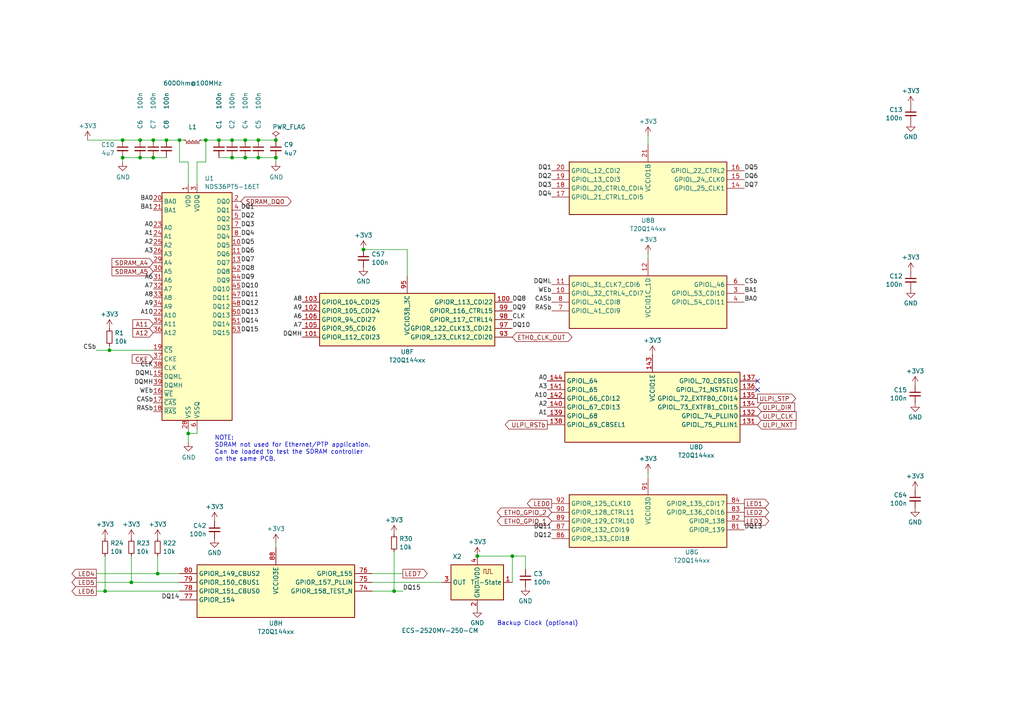
<source format=kicad_sch>
(kicad_sch (version 20230121) (generator eeschema)
  (paper "A4")
  (lib_symbols
    (symbol "Device:C_Small" (pin_numbers hide) (pin_names (offset 0.254) hide)
      (property "Reference" "C" (at 0.254 1.778 0))
      (property "Value" "C_Small" (at 0.254 -2.032 0))
      (symbol "C_Small_0_1"
        (polyline (pts (xy -1.524 -0.508) (xy 1.524 -0.508)) (stroke (width 0.3302)))
        (polyline (pts (xy -1.524 0.508) (xy 1.524 0.508)) (stroke (width 0.3048)))
      )
      (symbol "C_Small_1_1"
        (pin passive line (at 0 2.54 270) (length 2.032) (name "~") (number "1"))
        (pin passive line (at 0 -2.54 90) (length 2.032) (name "~") (number "2"))
      )
    )
    (symbol "Device:L_Ferrite_Small" (pin_numbers hide) (pin_names (offset 0.254) hide)
      (property "Reference" "L" (at 1.27 1.016 0))
      (property "Value" "L_Ferrite_Small" (at 1.27 -1.27 0))
      (symbol "L_Ferrite_Small_0_1"
        (arc (start 0 -2.032) (mid 0.5058 -1.524) (end 0 -1.016))
        (arc (start 0 -1.016) (mid 0.5058 -0.508) (end 0 0))
        (polyline (pts (xy 0.762 -1.905) (xy 0.762 -1.651)))
        (polyline (pts (xy 0.762 -1.397) (xy 0.762 -1.143)))
        (polyline (pts (xy 0.762 -0.889) (xy 0.762 -0.635)))
        (polyline (pts (xy 0.762 -0.381) (xy 0.762 -0.127)))
        (polyline (pts (xy 0.762 0.127) (xy 0.762 0.381)))
        (polyline (pts (xy 0.762 0.635) (xy 0.762 0.889)))
        (polyline (pts (xy 0.762 1.143) (xy 0.762 1.397)))
        (polyline (pts (xy 0.762 1.651) (xy 0.762 1.905)))
        (polyline (pts (xy 1.016 -1.651) (xy 1.016 -1.905)))
        (polyline (pts (xy 1.016 -1.143) (xy 1.016 -1.397)))
        (polyline (pts (xy 1.016 -0.635) (xy 1.016 -0.889)))
        (polyline (pts (xy 1.016 -0.127) (xy 1.016 -0.381)))
        (polyline (pts (xy 1.016 0.381) (xy 1.016 0.127)))
        (polyline (pts (xy 1.016 0.889) (xy 1.016 0.635)))
        (polyline (pts (xy 1.016 1.397) (xy 1.016 1.143)))
        (polyline (pts (xy 1.016 1.905) (xy 1.016 1.651)))
        (arc (start 0 0) (mid 0.5058 0.508) (end 0 1.016))
        (arc (start 0 1.016) (mid 0.5058 1.524) (end 0 2.032))
      )
      (symbol "L_Ferrite_Small_1_1"
        (pin passive line (at 0 2.54 270) (length 0.508) (name "~") (number "1"))
        (pin passive line (at 0 -2.54 90) (length 0.508) (name "~") (number "2"))
      )
    )
    (symbol "Device:R_Small" (pin_numbers hide) (pin_names (offset 0.254) hide)
      (property "Reference" "R" (at 0.762 0.508 0))
      (property "Value" "R_Small" (at 0.762 -1.016 0))
      (symbol "R_Small_0_1"
        (rectangle (start -0.762 1.778) (end 0.762 -1.778) (stroke (width 0.2032)))
      )
      (symbol "R_Small_1_1"
        (pin passive line (at 0 2.54 270) (length 0.762) (name "~") (number "1"))
        (pin passive line (at 0 -2.54 90) (length 0.762) (name "~") (number "2"))
      )
    )
    (symbol "FPGA_Efinix_Trion:T8Q144xx"
      (property "Reference" "U" (at -24.13 16.51 0))
      (property "Value" "T8Q144xx" (at 19.05 -16.51 0))
      (symbol "T8Q144xx_1_1"
        (rectangle (start -17.78 12.7) (end 17.78 -12.7) (stroke (width 0.254)) (fill (type background)))
        (pin power_in line (at 0 17.78 270) (length 5.08) (name "VCCIO1A") (number "23"))
        (pin output line (at -22.86 -5.08 0) (length 5.08) (name "TDO") (number "24"))
        (pin input line (at -22.86 -7.62 0) (length 5.08) (name "TMS") (number "25"))
        (pin input line (at -22.86 0 0) (length 5.08) (name "TCK") (number "26"))
        (pin input line (at -22.86 -2.54 0) (length 5.08) (name "TDI") (number "27"))
        (pin bidirectional line (at 22.86 -2.54 180) (length 5.08) (name "GPIOL_09_CDI1") (number "28"))
        (pin bidirectional line (at 22.86 0 180) (length 5.08) (name "GPIOL_08_CDI0") (number "29"))
        (pin bidirectional line (at 22.86 7.62 180) (length 5.08) (name "GPIOL_01_CCK") (number "30"))
        (pin bidirectional line (at 22.86 10.16 180) (length 5.08) (name "GPIOL_00_SS_N") (number "31"))
        (pin bidirectional line (at 22.86 5.08 180) (length 5.08) (name "GPIOL_04_CSI") (number "32"))
        (pin bidirectional line (at 22.86 2.54 180) (length 5.08) (name "GPIOL_05_CSO") (number "33"))
        (pin bidirectional line (at -22.86 10.16 0) (length 5.08) (name "CDONE") (number "34"))
        (pin bidirectional line (at -22.86 5.08 0) (length 5.08) (name "CRESET_N") (number "35"))
      )
      (symbol "T8Q144xx_2_1"
        (rectangle (start -22.86 7.62) (end 22.86 -7.62) (stroke (width 0.254)) (fill (type background)))
        (pin bidirectional line (at 27.94 0 180) (length 5.08) (name "GPIOL_25_CLK1") (number "14"))
        (pin bidirectional line (at 27.94 2.54 180) (length 5.08) (name "GPIOL_24_CLK0") (number "15"))
        (pin bidirectional line (at 27.94 5.08 180) (length 5.08) (name "GPIOL_22_CTRL2") (number "16"))
        (pin bidirectional line (at -27.94 -2.54 0) (length 5.08) (name "GPIOL_21_CTRL1_CDI5") (number "17"))
        (pin bidirectional line (at -27.94 0 0) (length 5.08) (name "GPIOL_20_CTRL0_CDI4") (number "18"))
        (pin bidirectional line (at -27.94 2.54 0) (length 5.08) (name "GPIOL_13_CDI3") (number "19"))
        (pin bidirectional line (at -27.94 5.08 0) (length 5.08) (name "GPIOL_12_CDI2") (number "20"))
        (pin power_in line (at 0 12.7 270) (length 5.08) (name "VCCIO1B") (number "21"))
      )
      (symbol "T8Q144xx_3_1"
        (rectangle (start -22.86 7.62) (end 22.86 -7.62) (stroke (width 0.254)) (fill (type background)))
        (pin bidirectional line (at -27.94 2.54 0) (length 5.08) (name "GPIOL_32_CTRL4_CDI7") (number "10"))
        (pin bidirectional line (at -27.94 5.08 0) (length 5.08) (name "GPIOL_31_CLK7_CDI6") (number "11"))
        (pin power_in line (at 0 12.7 270) (length 5.08) (name "VCCIO1C_1D") (number "12"))
        (pin bidirectional line (at 27.94 2.54 180) (length 5.08) (name "GPIOL_53_CDI10") (number "3"))
        (pin bidirectional line (at 27.94 0 180) (length 5.08) (name "GPIOL_54_CDI11") (number "4"))
        (pin bidirectional line (at 27.94 5.08 180) (length 5.08) (name "GPIOL_46") (number "6"))
        (pin bidirectional line (at -27.94 -2.54 0) (length 5.08) (name "GPIOL_41_CDI9") (number "7"))
        (pin bidirectional line (at -27.94 0 0) (length 5.08) (name "GPIOL_40_CDI8") (number "8"))
      )
      (symbol "T8Q144xx_4_1"
        (rectangle (start -25.4 10.16) (end 25.4 -10.16) (stroke (width 0.254)) (fill (type background)))
        (pin bidirectional line (at 30.48 -5.08 180) (length 5.08) (name "GPIOL_75_PLLIN1") (number "131"))
        (pin bidirectional line (at 30.48 -2.54 180) (length 5.08) (name "GPIOL_74_PLLIN0") (number "132"))
        (pin bidirectional line (at 30.48 0 180) (length 5.08) (name "GPIOL_73_EXTFB1_CDI15") (number "134"))
        (pin bidirectional line (at 30.48 2.54 180) (length 5.08) (name "GPIOL_72_EXTFB0_CDI14") (number "135"))
        (pin bidirectional line (at 30.48 5.08 180) (length 5.08) (name "GPIOL_71_NSTATUS") (number "136"))
        (pin bidirectional line (at 30.48 7.62 180) (length 5.08) (name "GPIOL_70_CBSEL0") (number "137"))
        (pin bidirectional line (at -30.48 -5.08 0) (length 5.08) (name "GPIOL_69_CBSEL1") (number "138"))
        (pin bidirectional line (at -30.48 -2.54 0) (length 5.08) (name "GPIOL_68") (number "139"))
        (pin bidirectional line (at -30.48 0 0) (length 5.08) (name "GPIOL_67_CDI13") (number "140"))
        (pin bidirectional line (at -30.48 5.08 0) (length 5.08) (name "GPIOL_65") (number "141"))
        (pin bidirectional line (at -30.48 2.54 0) (length 5.08) (name "GPIOL_66_CDI12") (number "142"))
        (pin power_in line (at 0 15.24 270) (length 5.08) (name "VCCIO1E") (number "143"))
        (pin bidirectional line (at -30.48 7.62 0) (length 5.08) (name "GPIOL_64") (number "144"))
      )
      (symbol "T8Q144xx_5_1"
        (rectangle (start -25.4 10.16) (end 25.4 -10.16) (stroke (width 0.254)) (fill (type background)))
        (pin bidirectional line (at 30.48 -5.08 180) (length 5.08) (name "GPIOR_88_CDI28") (number "109"))
        (pin bidirectional line (at 30.48 -2.54 180) (length 5.08) (name "GPIOR_87_CDI29") (number "110"))
        (pin bidirectional line (at 30.48 2.54 180) (length 5.08) (name "GPIOR_85") (number "111"))
        (pin bidirectional line (at 30.48 0 180) (length 5.08) (name "GPIOR_86") (number "112"))
        (pin bidirectional line (at 30.48 5.08 180) (length 5.08) (name "GPIOR_84") (number "113"))
        (pin bidirectional line (at 30.48 7.62 180) (length 5.08) (name "GPIOR_83") (number "114"))
        (pin bidirectional line (at -30.48 -7.62 0) (length 5.08) (name "GPIOR_82") (number "115"))
        (pin bidirectional line (at -30.48 -5.08 0) (length 5.08) (name "GPIOR_81_MREFCLK") (number "116"))
        (pin bidirectional line (at -30.48 -2.54 0) (length 5.08) (name "GPIOR_80") (number "117"))
        (pin bidirectional line (at -30.48 0 0) (length 5.08) (name "GPIOR_79_EXTFB1_CDI30") (number "118"))
        (pin bidirectional line (at -30.48 2.54 0) (length 5.08) (name "GPIOR_78_EXTFB0_CDI31") (number "119"))
        (pin power_in line (at 0 15.24 270) (length 5.08) (name "VCCIO3A") (number "122"))
        (pin bidirectional line (at -30.48 5.08 0) (length 5.08) (name "GPIOR_77_PLLIN1") (number "123"))
        (pin bidirectional line (at -30.48 7.62 0) (length 5.08) (name "GPIOR_76_PLLIN0") (number "124"))
      )
      (symbol "T8Q144xx_6_1"
        (rectangle (start -25.4 7.62) (end 25.4 -7.62) (stroke (width 0.254)) (fill (type background)))
        (pin bidirectional line (at 30.48 5.08 180) (length 5.08) (name "GPIOR_113_CDI22") (number "100"))
        (pin bidirectional line (at -30.48 -5.08 0) (length 5.08) (name "GPIOR_112_CDI23") (number "101"))
        (pin bidirectional line (at -30.48 2.54 0) (length 5.08) (name "GPIOR_105_CDI24") (number "102"))
        (pin bidirectional line (at -30.48 5.08 0) (length 5.08) (name "GPIOR_104_CDI25") (number "103"))
        (pin bidirectional line (at -30.48 -2.54 0) (length 5.08) (name "GPIOR_95_CDI26") (number "105"))
        (pin bidirectional line (at -30.48 0 0) (length 5.08) (name "GPIOR_94_CDI27") (number "106"))
        (pin bidirectional line (at 30.48 -5.08 180) (length 5.08) (name "GPIOR_123_CLK12_CDI20") (number "93"))
        (pin power_in line (at 0 12.7 270) (length 5.08) (name "VCCIO3B_3C") (number "95"))
        (pin bidirectional line (at 30.48 -2.54 180) (length 5.08) (name "GPIOR_122_CLK13_CDI21") (number "97"))
        (pin bidirectional line (at 30.48 0 180) (length 5.08) (name "GPIOR_117_CTRL14") (number "98"))
        (pin bidirectional line (at 30.48 2.54 180) (length 5.08) (name "GPIOR_116_CTRL15") (number "99"))
      )
      (symbol "T8Q144xx_7_1"
        (rectangle (start -22.86 7.62) (end 22.86 -7.62) (stroke (width 0.254)) (fill (type background)))
        (pin bidirectional line (at 27.94 -2.54 180) (length 5.08) (name "GPIOR_139") (number "81"))
        (pin bidirectional line (at 27.94 0 180) (length 5.08) (name "GPIOR_138") (number "82"))
        (pin bidirectional line (at 27.94 2.54 180) (length 5.08) (name "GPIOR_136_CDI16") (number "83"))
        (pin bidirectional line (at 27.94 5.08 180) (length 5.08) (name "GPIOR_135_CDI17") (number "84"))
        (pin bidirectional line (at -27.94 -5.08 0) (length 5.08) (name "GPIOR_133_CDI18") (number "86"))
        (pin bidirectional line (at -27.94 -2.54 0) (length 5.08) (name "GPIOR_132_CDI19") (number "87"))
        (pin bidirectional line (at -27.94 0 0) (length 5.08) (name "GPIOR_129_CTRL10") (number "89"))
        (pin bidirectional line (at -27.94 2.54 0) (length 5.08) (name "GPIOR_128_CTRL11") (number "90"))
        (pin power_in line (at 0 12.7 270) (length 5.08) (name "VCCIO3D") (number "91"))
        (pin bidirectional line (at -27.94 5.08 0) (length 5.08) (name "GPIOR_125_CLK10") (number "92"))
      )
      (symbol "T8Q144xx_8_1"
        (rectangle (start -22.86 7.62) (end 22.86 -7.62) (stroke (width 0.254)) (fill (type background)))
        (pin bidirectional line (at 27.94 0 180) (length 5.08) (name "GPIOR_158_TEST_N") (number "74"))
        (pin bidirectional line (at 27.94 2.54 180) (length 5.08) (name "GPIOR_157_PLLIN") (number "75"))
        (pin bidirectional line (at 27.94 5.08 180) (length 5.08) (name "GPIOR_155") (number "76"))
        (pin bidirectional line (at -27.94 -2.54 0) (length 5.08) (name "GPIOR_154") (number "77"))
        (pin bidirectional line (at -27.94 0 0) (length 5.08) (name "GPIOR_151_CBUS0") (number "78"))
        (pin bidirectional line (at -27.94 2.54 0) (length 5.08) (name "GPIOR_150_CBUS1") (number "79"))
        (pin bidirectional line (at -27.94 5.08 0) (length 5.08) (name "GPIOR_149_CBUS2") (number "80"))
        (pin power_in line (at 0 12.7 270) (length 5.08) (name "VCCIO3E") (number "88"))
      )
      (symbol "T8Q144xx_9_1"
        (rectangle (start -25.4 15.24) (end 25.4 -15.24) (stroke (width 0.254)) (fill (type background)))
        (pin bidirectional line (at -30.48 5.08 0) (length 5.08) (name "GPIOB_RXP00") (number "55"))
        (pin bidirectional line (at -30.48 2.54 0) (length 5.08) (name "GPIOB_RXN00") (number "56"))
        (pin bidirectional line (at -30.48 -2.54 0) (length 5.08) (name "GPIOB_RXP02") (number "58"))
        (pin bidirectional line (at -30.48 -5.08 0) (length 5.08) (name "GPIOB_RXN02") (number "59"))
        (pin bidirectional line (at -30.48 -12.7 0) (length 5.08) (name "GPIOB_RXN03") (number "60"))
        (pin bidirectional line (at -30.48 -10.16 0) (length 5.08) (name "GPIOB_RXP03") (number "61"))
        (pin power_in line (at 0 20.32 270) (length 5.08) (name "VCCIO4A") (number "62"))
        (pin passive line (at 0 20.32 270) (length 5.08) hide (name "VCCIO4A") (number "63"))
        (pin bidirectional line (at 30.48 10.16 180) (length 5.08) (name "GPIOB_RXN07") (number "65"))
        (pin bidirectional line (at 30.48 12.7 180) (length 5.08) (name "GPIOB_RXP07") (number "66"))
        (pin bidirectional line (at 30.48 5.08 180) (length 5.08) (name "GPIOB_RXP10") (number "67"))
        (pin bidirectional line (at 30.48 2.54 180) (length 5.08) (name "GPIOB_RXN10") (number "68"))
        (pin bidirectional line (at 30.48 -5.08 180) (length 5.08) (name "GPIOB_RXN12_EXTFB0") (number "69"))
        (pin bidirectional line (at 30.48 -2.54 180) (length 5.08) (name "GPIOB_RXP12_EXTFB0") (number "70"))
        (pin bidirectional line (at -30.48 12.7 0) (length 5.08) (name "GPIOB_CLKP0") (number "71"))
        (pin bidirectional line (at -30.48 10.16 0) (length 5.08) (name "GPIOB_CLKN0") (number "72"))
      )
      (symbol "T8Q144xx_10_1"
        (rectangle (start -17.78 15.24) (end 17.78 -15.24) (stroke (width 0.254)) (fill (type background)))
        (pin passive line (at -22.86 -10.16 0) (length 5.08) (name "REF_RES") (number "36"))
        (pin bidirectional line (at -22.86 12.7 0) (length 5.08) (name "GPIOB_TXP00") (number "38"))
        (pin bidirectional line (at -22.86 10.16 0) (length 5.08) (name "GPIOB_TXN00") (number "39"))
        (pin bidirectional line (at -22.86 5.08 0) (length 5.08) (name "GPIOB_TXP02") (number "40"))
        (pin bidirectional line (at -22.86 2.54 0) (length 5.08) (name "GPIOB_TXN02") (number "41"))
        (pin bidirectional line (at -22.86 -2.54 0) (length 5.08) (name "GPIOB_TXP04") (number "42"))
        (pin bidirectional line (at -22.86 -5.08 0) (length 5.08) (name "GPIOB_TXN04") (number "43"))
        (pin bidirectional line (at 22.86 12.7 180) (length 5.08) (name "GPIOB_TXP06") (number "45"))
        (pin bidirectional line (at 22.86 10.16 180) (length 5.08) (name "GPIOB_TXN06") (number "46"))
        (pin bidirectional line (at 22.86 5.08 180) (length 5.08) (name "GPIOB_TXP09") (number "47"))
        (pin bidirectional line (at 22.86 2.54 180) (length 5.08) (name "GPIOB_TXN09") (number "48"))
        (pin power_in line (at 0 20.32 270) (length 5.08) (name "VCCIO4B") (number "51"))
        (pin passive line (at 0 20.32 270) (length 5.08) hide (name "VCCIO4B") (number "52"))
        (pin bidirectional line (at 22.86 -2.54 180) (length 5.08) (name "GPIOB_TXP11") (number "53"))
        (pin bidirectional line (at 22.86 -5.08 180) (length 5.08) (name "GPIOB_TXN11") (number "54"))
      )
      (symbol "T8Q144xx_11_1"
        (rectangle (start -17.78 7.62) (end 17.78 -7.62) (stroke (width 0.254)) (fill (type background)))
        (pin power_in line (at 0 -12.7 90) (length 5.08) (name "GND") (number "1"))
        (pin passive line (at 0 -12.7 90) (length 5.08) hide (name "GND") (number "104"))
        (pin power_in line (at 15.24 12.7 270) (length 5.08) (name "VCCA_TR") (number "107"))
        (pin passive line (at 0 -12.7 90) (length 5.08) hide (name "GND") (number "108"))
        (pin passive line (at 0 -12.7 90) (length 5.08) hide (name "GND") (number "120"))
        (pin passive line (at 0 -12.7 90) (length 5.08) hide (name "GND") (number "121"))
        (pin power_in line (at 0 12.7 270) (length 5.08) (name "VCC") (number "125"))
        (pin passive line (at 0 -12.7 90) (length 5.08) hide (name "GND") (number "126"))
        (pin passive line (at 0 -12.7 90) (length 5.08) hide (name "GND") (number "127"))
        (pin power_in line (at 2.54 12.7 270) (length 5.08) (name "VCC") (number "128"))
        (pin passive line (at 0 -12.7 90) (length 5.08) hide (name "GND") (number "129"))
        (pin power_in line (at -15.24 12.7 270) (length 5.08) (name "VCC") (number "13"))
        (pin power_in line (at 5.08 12.7 270) (length 5.08) (name "VCC") (number "130"))
        (pin passive line (at 0 -12.7 90) (length 5.08) hide (name "GND") (number "133"))
        (pin power_in line (at 12.7 12.7 270) (length 5.08) (name "VCCA_TL") (number "2"))
        (pin power_in line (at -12.7 12.7 270) (length 5.08) (name "VCC") (number "22"))
        (pin passive line (at 0 -12.7 90) (length 5.08) hide (name "GND") (number "37"))
        (pin passive line (at 0 -12.7 90) (length 5.08) hide (name "GND") (number "44"))
        (pin power_in line (at -10.16 12.7 270) (length 5.08) (name "VCC") (number "49"))
        (pin passive line (at 0 -12.7 90) (length 5.08) hide (name "GND") (number "5"))
        (pin passive line (at 0 -12.7 90) (length 5.08) hide (name "GND") (number "50"))
        (pin power_in line (at -7.62 12.7 270) (length 5.08) (name "VCC") (number "57"))
        (pin passive line (at 0 -12.7 90) (length 5.08) hide (name "GND") (number "64"))
        (pin power_in line (at 10.16 12.7 270) (length 5.08) (name "VCCA_BR") (number "73"))
        (pin power_in line (at -5.08 12.7 270) (length 5.08) (name "VCC") (number "85"))
        (pin passive line (at 0 -12.7 90) (length 5.08) hide (name "GND") (number "9"))
        (pin passive line (at 0 -12.7 90) (length 5.08) hide (name "GND") (number "94"))
        (pin power_in line (at -2.54 12.7 270) (length 5.08) (name "VCC") (number "96"))
      )
    )
    (symbol "Memory_RAM:MT48LC16M16A2P"
      (property "Reference" "U" (at -8.89 34.29 0))
      (property "Value" "MT48LC16M16A2P" (at 8.89 34.29 0))
      (symbol "MT48LC16M16A2P_0_1"
        (rectangle (start -10.16 33.02) (end 10.16 -33.02) (stroke (width 0.254)) (fill (type background)))
      )
      (symbol "MT48LC16M16A2P_1_1"
        (pin power_in line (at -2.54 35.56 270) (length 2.54) (name "VDD") (number "1"))
        (pin bidirectional line (at 12.7 17.78 180) (length 2.54) (name "DQ5") (number "10"))
        (pin bidirectional line (at 12.7 15.24 180) (length 2.54) (name "DQ6") (number "11"))
        (pin passive line (at 0 -35.56 90) (length 2.54) hide (name "VSSQ") (number "12"))
        (pin bidirectional line (at 12.7 12.7 180) (length 2.54) (name "DQ7") (number "13"))
        (pin passive line (at -2.54 35.56 270) (length 2.54) hide (name "VDD") (number "14"))
        (pin input line (at -12.7 -20.32 0) (length 2.54) (name "DQML") (number "15"))
        (pin input line (at -12.7 -25.4 0) (length 2.54) (name "~{WE}") (number "16"))
        (pin input line (at -12.7 -27.94 0) (length 2.54) (name "~{CAS}") (number "17"))
        (pin input line (at -12.7 -30.48 0) (length 2.54) (name "~{RAS}") (number "18"))
        (pin input line (at -12.7 -12.7 0) (length 2.54) (name "~{CS}") (number "19"))
        (pin bidirectional line (at 12.7 30.48 180) (length 2.54) (name "DQ0") (number "2"))
        (pin input line (at -12.7 30.48 0) (length 2.54) (name "BA0") (number "20"))
        (pin input line (at -12.7 27.94 0) (length 2.54) (name "BA1") (number "21"))
        (pin input line (at -12.7 -2.54 0) (length 2.54) (name "A10") (number "22"))
        (pin input line (at -12.7 22.86 0) (length 2.54) (name "A0") (number "23"))
        (pin input line (at -12.7 20.32 0) (length 2.54) (name "A1") (number "24"))
        (pin input line (at -12.7 17.78 0) (length 2.54) (name "A2") (number "25"))
        (pin input line (at -12.7 15.24 0) (length 2.54) (name "A3") (number "26"))
        (pin passive line (at -2.54 35.56 270) (length 2.54) hide (name "VDD") (number "27"))
        (pin power_in line (at -2.54 -35.56 90) (length 2.54) (name "VSS") (number "28"))
        (pin input line (at -12.7 12.7 0) (length 2.54) (name "A4") (number "29"))
        (pin power_in line (at 0 35.56 270) (length 2.54) (name "VDDQ") (number "3"))
        (pin input line (at -12.7 10.16 0) (length 2.54) (name "A5") (number "30"))
        (pin input line (at -12.7 7.62 0) (length 2.54) (name "A6") (number "31"))
        (pin input line (at -12.7 5.08 0) (length 2.54) (name "A7") (number "32"))
        (pin input line (at -12.7 2.54 0) (length 2.54) (name "A8") (number "33"))
        (pin input line (at -12.7 0 0) (length 2.54) (name "A9") (number "34"))
        (pin input line (at -12.7 -5.08 0) (length 2.54) (name "A11") (number "35"))
        (pin input line (at -12.7 -7.62 0) (length 2.54) (name "A12") (number "36"))
        (pin input line (at -12.7 -15.24 0) (length 2.54) (name "CKE") (number "37"))
        (pin input line (at -12.7 -17.78 0) (length 2.54) (name "CLK") (number "38"))
        (pin input line (at -12.7 -22.86 0) (length 2.54) (name "DQMH") (number "39"))
        (pin bidirectional line (at 12.7 27.94 180) (length 2.54) (name "DQ1") (number "4"))
        (pin no_connect line (at 10.16 -20.32 180) (length 2.54) hide (name "NC") (number "40"))
        (pin passive line (at -2.54 -35.56 90) (length 2.54) hide (name "VSS") (number "41"))
        (pin bidirectional line (at 12.7 10.16 180) (length 2.54) (name "DQ8") (number "42"))
        (pin passive line (at 0 35.56 270) (length 2.54) hide (name "VDDQ") (number "43"))
        (pin bidirectional line (at 12.7 7.62 180) (length 2.54) (name "DQ9") (number "44"))
        (pin bidirectional line (at 12.7 5.08 180) (length 2.54) (name "DQ10") (number "45"))
        (pin passive line (at 0 -35.56 90) (length 2.54) hide (name "VSSQ") (number "46"))
        (pin bidirectional line (at 12.7 2.54 180) (length 2.54) (name "DQ11") (number "47"))
        (pin bidirectional line (at 12.7 0 180) (length 2.54) (name "DQ12") (number "48"))
        (pin passive line (at 0 35.56 270) (length 2.54) hide (name "VDDQ") (number "49"))
        (pin bidirectional line (at 12.7 25.4 180) (length 2.54) (name "DQ2") (number "5"))
        (pin bidirectional line (at 12.7 -2.54 180) (length 2.54) (name "DQ13") (number "50"))
        (pin bidirectional line (at 12.7 -5.08 180) (length 2.54) (name "DQ14") (number "51"))
        (pin passive line (at 0 -35.56 90) (length 2.54) hide (name "VSSQ") (number "52"))
        (pin bidirectional line (at 12.7 -7.62 180) (length 2.54) (name "DQ15") (number "53"))
        (pin passive line (at -2.54 -35.56 90) (length 2.54) hide (name "VSS") (number "54"))
        (pin power_in line (at 0 -35.56 90) (length 2.54) (name "VSSQ") (number "6"))
        (pin bidirectional line (at 12.7 22.86 180) (length 2.54) (name "DQ3") (number "7"))
        (pin bidirectional line (at 12.7 20.32 180) (length 2.54) (name "DQ4") (number "8"))
        (pin passive line (at 0 35.56 270) (length 2.54) hide (name "VDDQ") (number "9"))
      )
    )
    (symbol "Oscillator:ECS-2520MV-xxx-xx"
      (property "Reference" "X" (at -5.08 6.35 0))
      (property "Value" "ECS-2520MV-xxx-xx" (at 1.27 -6.35 0))
      (symbol "ECS-2520MV-xxx-xx_0_1"
        (rectangle (start -7.62 5.08) (end 7.62 -5.08) (stroke (width 0.254)) (fill (type background)))
        (polyline (pts (xy -4.445 2.54) (xy -3.81 2.54) (xy -3.81 3.81) (xy -3.175 3.81) (xy -3.175 2.54) (xy -2.54 2.54) (xy -2.54 3.81) (xy -1.905 3.81) (xy -1.905 2.54)))
      )
      (symbol "ECS-2520MV-xxx-xx_1_1"
        (pin input line (at -10.16 0 0) (length 2.54) (name "Tri-State") (number "1"))
        (pin power_in line (at 0 -7.62 90) (length 2.54) (name "GND") (number "2"))
        (pin output line (at 10.16 0 180) (length 2.54) (name "OUT") (number "3"))
        (pin power_in line (at 0 7.62 270) (length 2.54) (name "VDD") (number "4"))
      )
    )
    (symbol "power:+3V3" (power) (pin_names (offset 0))
      (property "Value" "+3V3" (at 0 3.556 0))
      (symbol "+3V3_0_1"
        (polyline (pts (xy -0.762 1.27) (xy 0 2.54)))
        (polyline (pts (xy 0 0) (xy 0 2.54)))
        (polyline (pts (xy 0 2.54) (xy 0.762 1.27)))
      )
      (symbol "+3V3_1_1"
        (pin power_in line (at 0 0 90) (length 0) hide (name "+3V3") (number "1"))
      )
    )
    (symbol "power:GND" (power) (pin_names (offset 0))
      (property "Value" "GND" (at 0 -3.81 0))
      (symbol "GND_0_1"
        (polyline (pts (xy 0 0) (xy 0 -1.27) (xy 1.27 -1.27) (xy 0 -2.54) (xy -1.27 -1.27) (xy 0 -1.27)))
      )
      (symbol "GND_1_1"
        (pin power_in line (at 0 0 270) (length 0) hide (name "GND") (number "1"))
      )
    )
    (symbol "power:PWR_FLAG" (power) (pin_numbers hide) (pin_names (offset 0) hide)
      (property "Value" "PWR_FLAG" (at 0 3.81 0))
      (symbol "PWR_FLAG_0_0"
        (pin power_out line (at 0 0 90) (length 0) (name "pwr") (number "1"))
      )
      (symbol "PWR_FLAG_0_1"
        (polyline (pts (xy 0 0) (xy 0 1.27) (xy -1.016 1.905) (xy 0 2.54) (xy 1.016 1.905) (xy 0 1.27)))
      )
    )
  )
  (junction (at 40.64 45.72))
  (junction (at 71.12 45.72))
  (junction (at 71.12 40.64))
  (junction (at 80.01 45.72))
  (junction (at 35.56 40.64))
  (junction (at 80.01 40.64))
  (junction (at 35.56 45.72))
  (junction (at 114.3 171.45))
  (junction (at 52.07 40.64))
  (junction (at 67.31 45.72))
  (junction (at 45.72 166.37))
  (junction (at 48.26 40.64))
  (junction (at 31.75 101.6))
  (junction (at 38.1 168.91))
  (junction (at 59.69 40.64))
  (junction (at 148.59 161.29))
  (junction (at 74.93 45.72))
  (junction (at 67.31 40.64))
  (junction (at 30.48 171.45))
  (junction (at 44.45 40.64))
  (junction (at 44.45 45.72))
  (junction (at 54.61 125.73))
  (junction (at 138.43 161.29))
  (junction (at 40.64 40.64))
  (junction (at 105.41 72.39))
  (junction (at 63.5 40.64))
  (junction (at 74.93 40.64))
  (no_connect (at 219.71 113.03))
  (no_connect (at 219.71 110.49))
  (wire (pts (xy 107.95 168.91) (xy 128.27 168.91)))
  (wire (pts (xy 35.56 45.72) (xy 35.56 46.99)))
  (wire (pts (xy 44.45 40.64) (xy 48.26 40.64)))
  (wire (pts (xy 80.01 45.72) (xy 80.01 46.99)))
  (wire (pts (xy 80.01 158.75) (xy 80.01 157.48)))
  (wire (pts (xy 35.56 45.72) (xy 40.64 45.72)))
  (wire (pts (xy 63.5 45.72) (xy 67.31 45.72)))
  (wire (pts (xy 30.48 161.29) (xy 30.48 171.45)))
  (wire (pts (xy 52.07 40.64) (xy 53.34 40.64)))
  (wire (pts (xy 71.12 40.64) (xy 74.93 40.64)))
  (wire (pts (xy 152.4 165.1) (xy 152.4 161.29)))
  (wire (pts (xy 54.61 46.99) (xy 52.07 46.99)))
  (wire (pts (xy 187.96 137.16) (xy 187.96 138.43)))
  (wire (pts (xy 38.1 161.29) (xy 38.1 168.91)))
  (wire (pts (xy 45.72 161.29) (xy 45.72 166.37)))
  (wire (pts (xy 67.31 40.64) (xy 71.12 40.64)))
  (wire (pts (xy 52.07 46.99) (xy 52.07 40.64)))
  (wire (pts (xy 27.94 166.37) (xy 45.72 166.37)))
  (wire (pts (xy 54.61 125.73) (xy 54.61 128.27)))
  (wire (pts (xy 54.61 124.46) (xy 54.61 125.73)))
  (wire (pts (xy 48.26 40.64) (xy 52.07 40.64)))
  (wire (pts (xy 58.42 40.64) (xy 59.69 40.64)))
  (wire (pts (xy 57.15 124.46) (xy 57.15 125.73)))
  (wire (pts (xy 59.69 46.99) (xy 59.69 40.64)))
  (wire (pts (xy 107.95 171.45) (xy 114.3 171.45)))
  (wire (pts (xy 27.94 171.45) (xy 30.48 171.45)))
  (wire (pts (xy 57.15 46.99) (xy 59.69 46.99)))
  (wire (pts (xy 31.75 101.6) (xy 44.45 101.6)))
  (wire (pts (xy 71.12 45.72) (xy 74.93 45.72)))
  (wire (pts (xy 114.3 171.45) (xy 116.84 171.45)))
  (wire (pts (xy 74.93 45.72) (xy 80.01 45.72)))
  (wire (pts (xy 27.94 168.91) (xy 38.1 168.91)))
  (wire (pts (xy 152.4 161.29) (xy 148.59 161.29)))
  (wire (pts (xy 118.11 80.01) (xy 118.11 72.39)))
  (wire (pts (xy 45.72 166.37) (xy 52.07 166.37)))
  (wire (pts (xy 57.15 125.73) (xy 54.61 125.73)))
  (wire (pts (xy 187.96 39.37) (xy 187.96 41.91)))
  (wire (pts (xy 31.75 100.33) (xy 31.75 101.6)))
  (wire (pts (xy 44.45 45.72) (xy 48.26 45.72)))
  (wire (pts (xy 148.59 161.29) (xy 138.43 161.29)))
  (wire (pts (xy 114.3 171.45) (xy 114.3 160.02)))
  (wire (pts (xy 30.48 171.45) (xy 52.07 171.45)))
  (wire (pts (xy 25.4 40.64) (xy 35.56 40.64)))
  (wire (pts (xy 116.84 166.37) (xy 107.95 166.37)))
  (wire (pts (xy 74.93 40.64) (xy 80.01 40.64)))
  (wire (pts (xy 187.96 73.66) (xy 187.96 74.93)))
  (wire (pts (xy 59.69 40.64) (xy 63.5 40.64)))
  (wire (pts (xy 27.94 101.6) (xy 31.75 101.6)))
  (wire (pts (xy 35.56 40.64) (xy 40.64 40.64)))
  (wire (pts (xy 63.5 40.64) (xy 67.31 40.64)))
  (wire (pts (xy 40.64 40.64) (xy 44.45 40.64)))
  (wire (pts (xy 148.59 168.91) (xy 148.59 161.29)))
  (wire (pts (xy 67.31 45.72) (xy 71.12 45.72)))
  (wire (pts (xy 40.64 45.72) (xy 44.45 45.72)))
  (wire (pts (xy 54.61 53.34) (xy 54.61 46.99)))
  (wire (pts (xy 118.11 72.39) (xy 105.41 72.39)))
  (wire (pts (xy 38.1 168.91) (xy 52.07 168.91)))
  (wire (pts (xy 57.15 53.34) (xy 57.15 46.99)))
  (text "Backup Clock (optional)" (at 144.145 181.61 0) (effects (font (size 1.27 1.27)) (justify left bottom)))
  (text "NOTE:\nSDRAM not used for Ethernet/PTP application.\nCan be loaded to test the SDRAM controller\non the same PCB." (at 62.23 133.985 0) (effects (font (size 1.27 1.27)) (justify left bottom)))
  (label "DQML" (at 160.02 82.55 180))
  (label "CSb" (at 215.9 82.55 0))
  (label "CSb" (at 27.94 101.6 180))
  (label "DQ11" (at 160.02 153.67 180))
  (label "DQ1" (at 69.85 60.96 0))
  (label "CLK" (at 148.59 92.71 0))
  (label "CLK" (at 44.45 106.68 180))
  (label "WEb" (at 44.45 114.3 180))
  (label "DQ2" (at 69.85 63.5 0))
  (label "DQ4" (at 160.02 57.15 180))
  (label "DQ3" (at 69.85 66.04 0))
  (label "A6" (at 87.63 92.71 180))
  (label "BA1" (at 215.9 85.09 0))
  (label "A1" (at 158.75 120.65 180))
  (label "A3" (at 44.45 73.66 180))
  (label "DQ1" (at 160.02 49.53 180))
  (label "A10" (at 158.75 115.57 180))
  (label "DQ12" (at 160.02 156.21 180))
  (label "A8" (at 44.45 86.36 180))
  (label "A2" (at 158.75 118.11 180))
  (label "DQMH" (at 44.45 111.76 180))
  (label "DQ10" (at 148.59 95.25 0))
  (label "DQ13" (at 215.9 153.67 0))
  (label "DQ9" (at 148.59 90.17 0))
  (label "DQ4" (at 69.85 68.58 0))
  (label "DQ5" (at 69.85 71.12 0))
  (label "A8" (at 87.63 87.63 180))
  (label "A7" (at 44.45 83.82 180))
  (label "BA1" (at 44.45 60.96 180))
  (label "A9" (at 87.63 90.17 180))
  (label "DQ6" (at 69.85 73.66 0))
  (label "A2" (at 44.45 71.12 180))
  (label "A3" (at 158.75 113.03 180))
  (label "BA0" (at 215.9 87.63 0))
  (label "DQ15" (at 116.84 171.45 0))
  (label "RASb" (at 160.02 90.17 180))
  (label "A10" (at 44.45 91.44 180))
  (label "DQ7" (at 69.85 76.2 0))
  (label "DQ8" (at 69.85 78.74 0))
  (label "A9" (at 44.45 88.9 180))
  (label "DQ9" (at 69.85 81.28 0))
  (label "DQ5" (at 215.9 49.53 0))
  (label "DQ10" (at 69.85 83.82 0))
  (label "DQ11" (at 69.85 86.36 0))
  (label "WEb" (at 160.02 85.09 180))
  (label "DQ3" (at 160.02 54.61 180))
  (label "DQ12" (at 69.85 88.9 0))
  (label "BA0" (at 44.45 58.42 180))
  (label "DQ2" (at 160.02 52.07 180))
  (label "CASb" (at 44.45 116.84 180))
  (label "DQ7" (at 215.9 54.61 0))
  (label "DQ8" (at 148.59 87.63 0))
  (label "DQ13" (at 69.85 91.44 0))
  (label "DQ6" (at 215.9 52.07 0))
  (label "A6" (at 44.45 81.28 180))
  (label "DQMH" (at 87.63 97.79 180))
  (label "DQ14" (at 69.85 93.98 0))
  (label "A7" (at 87.63 95.25 180))
  (label "A0" (at 44.45 66.04 180))
  (label "A1" (at 44.45 68.58 180))
  (label "A0" (at 158.75 110.49 180))
  (label "DQ14" (at 52.07 173.99 180))
  (label "DQML" (at 44.45 109.22 180))
  (label "RASb" (at 44.45 119.38 180))
  (label "DQ15" (at 69.85 96.52 0))
  (label "CASb" (at 160.02 87.63 180))
  (global_label "SDRAM_DQ0" (shape bidirectional) (at 69.85 58.42 0) (property "Intersheetrefs" "${INTERSHEET_REFS}" (effects hide)))
  (global_label "LED0" (shape output) (at 160.02 146.05 180) (property "Intersheetrefs" "${INTERSHEET_REFS}" (effects hide)))
  (global_label "LED6" (shape output) (at 27.94 171.45 180) (property "Intersheetrefs" "${INTERSHEET_REFS}" (effects hide)))
  (global_label "ULPI_NXT" (shape input) (at 219.71 123.19 0) (property "Intersheetrefs" "${INTERSHEET_REFS}" (effects hide)))
  (global_label "ETH0_GPIO_2" (shape bidirectional) (at 160.02 148.59 180) (property "Intersheetrefs" "${INTERSHEET_REFS}" (effects hide)))
  (global_label "ETH0_CLK_OUT" (shape bidirectional) (at 148.59 97.79 0) (property "Intersheetrefs" "${INTERSHEET_REFS}" (effects hide)))
  (global_label "LED7" (shape output) (at 116.84 166.37 0) (property "Intersheetrefs" "${INTERSHEET_REFS}" (effects hide)))
  (global_label "LED3" (shape output) (at 215.9 151.13 0) (property "Intersheetrefs" "${INTERSHEET_REFS}" (effects hide)))
  (global_label "LED5" (shape output) (at 27.94 168.91 180) (property "Intersheetrefs" "${INTERSHEET_REFS}" (effects hide)))
  (global_label "SDRAM_A5" (shape input) (at 44.45 78.74 180) (property "Intersheetrefs" "${INTERSHEET_REFS}" (effects hide)))
  (global_label "ULPI_CLK" (shape input) (at 219.71 120.65 0) (property "Intersheetrefs" "${INTERSHEET_REFS}" (effects hide)))
  (global_label "LED2" (shape output) (at 215.9 148.59 0) (property "Intersheetrefs" "${INTERSHEET_REFS}" (effects hide)))
  (global_label "A12" (shape input) (at 44.45 96.52 180) (property "Intersheetrefs" "${INTERSHEET_REFS}" (effects hide)))
  (global_label "LED1" (shape output) (at 215.9 146.05 0) (property "Intersheetrefs" "${INTERSHEET_REFS}" (effects hide)))
  (global_label "SDRAM_A4" (shape input) (at 44.45 76.2 180) (property "Intersheetrefs" "${INTERSHEET_REFS}" (effects hide)))
  (global_label "ULPI_STP" (shape output) (at 219.71 115.57 0) (property "Intersheetrefs" "${INTERSHEET_REFS}" (effects hide)))
  (global_label "LED4" (shape output) (at 27.94 166.37 180) (property "Intersheetrefs" "${INTERSHEET_REFS}" (effects hide)))
  (global_label "ETH0_GPIO_1" (shape bidirectional) (at 160.02 151.13 180) (property "Intersheetrefs" "${INTERSHEET_REFS}" (effects hide)))
  (global_label "ULPI_RSTb" (shape output) (at 158.75 123.19 180) (property "Intersheetrefs" "${INTERSHEET_REFS}" (effects hide)))
  (global_label "CKE" (shape input) (at 44.45 104.14 180) (property "Intersheetrefs" "${INTERSHEET_REFS}" (effects hide)))
  (global_label "ULPI_DIR" (shape input) (at 219.71 118.11 0) (property "Intersheetrefs" "${INTERSHEET_REFS}" (effects hide)))
  (global_label "A11" (shape input) (at 44.45 93.98 180) (property "Intersheetrefs" "${INTERSHEET_REFS}" (effects hide)))
  (symbol (lib_id "power:GND") (at 105.41 77.47 0) (unit 1)
    (property "Reference" "#PWR034" (effects hide))
    (property "Value" "GND" (at 105.41 81.6031 0))
  )
  (symbol (lib_id "power:+3V3") (at 114.3 154.94 0) (unit 1)
    (property "Reference" "#PWR013" (effects hide))
    (property "Value" "+3V3" (at 114.3 150.8069 0))
  )
  (symbol (lib_id "power:GND") (at 54.61 128.27 0) (unit 1)
    (property "Reference" "#PWR04" (effects hide))
    (property "Value" "GND" (at 54.737 132.6642 0))
  )
  (symbol (lib_id "power:+3V3") (at 138.43 161.29 0) (mirror y) (unit 1)
    (property "Reference" "#PWR014" (effects hide))
    (property "Value" "+3V3" (at 138.43 157.1569 0))
  )
  (symbol (lib_id "Device:R_Small") (at 45.72 158.75 0) (unit 1)
    (property "Reference" "R22" (at 47.2186 157.5379 0) (effects (justify left)))
    (property "Value" "10k" (at 47.2186 159.9621 0) (effects (justify left)))
    (property "Footprint" "Resistor_SMD:R_0603_1608Metric" (effects hide))
  )
  (symbol (lib_id "Device:C_Small") (at 80.01 43.18 0) (unit 1)
    (property "Reference" "C9" (at 82.3341 41.9742 0) (effects (justify left)))
    (property "Value" "4u7" (at 82.3341 44.3984 0) (effects (justify left)))
    (property "Footprint" "Capacitor_SMD:C_0805_2012Metric" (effects hide))
    (property "Manufacturer" "TDK" (effects hide))
    (property "Part" "2012X5R1C475K125AC" (effects hide))
  )
  (symbol (lib_id "power:GND") (at 62.23 156.21 0) (unit 1)
    (property "Reference" "#PWR011" (effects hide))
    (property "Value" "GND" (at 62.23 160.3431 0))
  )
  (symbol (lib_id "power:+3V3") (at 105.41 72.39 0) (unit 1)
    (property "Reference" "#PWR033" (effects hide))
    (property "Value" "+3V3" (at 105.41 68.2569 0))
  )
  (symbol (lib_id "FPGA_Efinix_Trion:T8Q144xx") (at 118.11 92.71 0) (unit 6)
    (property "Reference" "U8" (at 118.11 102.0501 0))
    (property "Value" "T20Q144xx" (at 118.11 104.4743 0))
    (property "Footprint" "Package_QFP:LQFP-144_20x20mm_P0.5mm" (effects hide))
    (property "Datasheet" "https://www.efinixinc.com/docs/trion8-ds-v4.4.pdf" (effects hide))
    (property "Manufacturer" "Efinix" (effects hide))
    (property "Part" "T20Q144C4" (effects hide))
  )
  (symbol (lib_id "Device:C_Small") (at 74.93 43.18 0) (mirror y) (unit 1)
    (property "Reference" "C5" (at 74.93 37.465 90) (effects (justify left)))
    (property "Value" "100n" (at 74.93 31.75 90) (effects (justify left)))
    (property "Footprint" "Capacitor_SMD:C_0603_1608Metric" (effects hide))
    (property "Manufacturer" "Samsung" (effects hide))
    (property "Part" "CL10B104KB8NFN" (effects hide))
  )
  (symbol (lib_id "Device:R_Small") (at 30.48 158.75 0) (unit 1)
    (property "Reference" "R24" (at 31.9786 157.5379 0) (effects (justify left)))
    (property "Value" "10k" (at 31.9786 159.9621 0) (effects (justify left)))
    (property "Footprint" "Resistor_SMD:R_0603_1608Metric" (effects hide))
  )
  (symbol (lib_id "Device:C_Small") (at 48.26 43.18 0) (mirror y) (unit 1)
    (property "Reference" "C8" (at 48.26 37.465 90) (effects (justify left)))
    (property "Value" "100n" (at 48.26 31.75 90) (effects (justify left)))
    (property "Footprint" "Capacitor_SMD:C_0603_1608Metric" (effects hide))
    (property "Manufacturer" "Samsung" (effects hide))
    (property "Part" "CL10B104KB8NFN" (effects hide))
  )
  (symbol (lib_id "power:+3V3") (at 264.16 78.74 0) (unit 1)
    (property "Reference" "#PWR017" (effects hide))
    (property "Value" "+3V3" (at 264.16 74.6069 0))
  )
  (symbol (lib_id "power:GND") (at 35.56 46.99 0) (unit 1)
    (property "Reference" "#PWR06" (effects hide))
    (property "Value" "GND" (at 35.687 51.3842 0))
  )
  (symbol (lib_id "power:GND") (at 265.43 116.84 0) (unit 1)
    (property "Reference" "#PWR036" (effects hide))
    (property "Value" "GND" (at 265.43 120.9731 0))
  )
  (symbol (lib_id "power:GND") (at 264.16 83.82 0) (unit 1)
    (property "Reference" "#PWR018" (effects hide))
    (property "Value" "GND" (at 264.16 87.9531 0))
  )
  (symbol (lib_id "Device:C_Small") (at 265.43 144.78 0) (mirror y) (unit 1)
    (property "Reference" "C64" (at 263.1059 143.5742 0) (effects (justify left)))
    (property "Value" "100n" (at 263.1059 145.9984 0) (effects (justify left)))
    (property "Footprint" "Capacitor_SMD:C_0603_1608Metric" (effects hide))
    (property "Manufacturer" "Samsung" (effects hide))
    (property "Part" "CL10B104KB8NFN" (effects hide))
  )
  (symbol (lib_id "power:+3V3") (at 265.43 111.76 0) (unit 1)
    (property "Reference" "#PWR035" (effects hide))
    (property "Value" "+3V3" (at 265.43 107.6269 0))
  )
  (symbol (lib_id "Device:C_Small") (at 265.43 114.3 0) (mirror y) (unit 1)
    (property "Reference" "C15" (at 263.1059 113.0942 0) (effects (justify left)))
    (property "Value" "100n" (at 263.1059 115.5184 0) (effects (justify left)))
    (property "Footprint" "Capacitor_SMD:C_0603_1608Metric" (effects hide))
    (property "Manufacturer" "Samsung" (effects hide))
    (property "Part" "CL10B104KB8NFN" (effects hide))
  )
  (symbol (lib_id "Device:C_Small") (at 105.41 74.93 0) (mirror y) (unit 1)
    (property "Reference" "C57" (at 107.7341 73.7242 0) (effects (justify right)))
    (property "Value" "100n" (at 107.7341 76.1484 0) (effects (justify right)))
    (property "Footprint" "Capacitor_SMD:C_0603_1608Metric" (effects hide))
    (property "Manufacturer" "Samsung" (effects hide))
    (property "Part" "CL10B104KB8NFN" (effects hide))
  )
  (symbol (lib_id "power:+3V3") (at 38.1 156.21 0) (unit 1)
    (property "Reference" "#PWR08" (effects hide))
    (property "Value" "+3V3" (at 38.1 152.0769 0))
  )
  (symbol (lib_id "Device:L_Ferrite_Small") (at 55.88 40.64 270) (unit 1)
    (property "Reference" "L1" (at 55.88 36.83 90))
    (property "Value" "600Ohm@100MHz" (at 55.88 24.13 90))
    (property "Footprint" "Inductor_SMD:L_0603_1608Metric" (effects hide))
    (property "Manufacturer" "Laird" (effects hide))
    (property "Part" "MI0603J601R-10" (effects hide))
  )
  (symbol (lib_id "FPGA_Efinix_Trion:T8Q144xx") (at 187.96 87.63 0) (unit 3)
    (property "Reference" "U8" (effects hide))
    (property "Value" "T20Q144xx" (effects hide))
    (property "Footprint" "Package_QFP:LQFP-144_20x20mm_P0.5mm" (effects hide))
    (property "Datasheet" "https://www.efinixinc.com/docs/trion8-ds-v4.4.pdf" (effects hide))
    (property "Manufacturer" "Efinix" (effects hide))
    (property "Part" "T20Q144C4" (effects hide))
  )
  (symbol (lib_id "Device:C_Small") (at 35.56 43.18 0) (mirror y) (unit 1)
    (property "Reference" "C10" (at 33.2359 41.9742 0) (effects (justify left)))
    (property "Value" "4u7" (at 33.2359 44.3984 0) (effects (justify left)))
    (property "Footprint" "Capacitor_SMD:C_0805_2012Metric" (effects hide))
    (property "Manufacturer" "TDK" (effects hide))
    (property "Part" "2012X5R1C475K125AC" (effects hide))
  )
  (symbol (lib_id "power:+3V3") (at 187.96 39.37 0) (unit 1)
    (property "Reference" "#PWR030" (effects hide))
    (property "Value" "+3V3" (at 187.96 35.2369 0))
  )
  (symbol (lib_id "power:PWR_FLAG") (at 80.01 40.64 0) (mirror y) (unit 1)
    (property "Reference" "#FLG02" (effects hide))
    (property "Value" "PWR_FLAG" (at 83.82 36.83 0))
  )
  (symbol (lib_id "power:+3V3") (at 265.43 142.24 0) (unit 1)
    (property "Reference" "#PWR021" (effects hide))
    (property "Value" "+3V3" (at 265.43 138.1069 0))
  )
  (symbol (lib_id "FPGA_Efinix_Trion:T8Q144xx") (at 80.01 171.45 0) (unit 8)
    (property "Reference" "U8" (at 80.01 180.7901 0))
    (property "Value" "T20Q144xx" (at 80.01 183.2143 0))
    (property "Footprint" "Package_QFP:LQFP-144_20x20mm_P0.5mm" (effects hide))
    (property "Datasheet" "https://www.efinixinc.com/docs/trion8-ds-v4.4.pdf" (effects hide))
    (property "Manufacturer" "Efinix" (effects hide))
    (property "Part" "T20Q144C4" (effects hide))
  )
  (symbol (lib_id "power:+3V3") (at 80.01 157.48 0) (unit 1)
    (property "Reference" "#PWR012" (effects hide))
    (property "Value" "+3V3" (at 80.01 153.3469 0))
  )
  (symbol (lib_id "Device:C_Small") (at 152.4 167.64 0) (unit 1)
    (property "Reference" "C3" (at 154.7241 166.4342 0) (effects (justify left)))
    (property "Value" "100n" (at 154.7241 168.8584 0) (effects (justify left)))
    (property "Footprint" "Capacitor_SMD:C_0603_1608Metric" (effects hide))
    (property "Manufacturer" "Samsung" (effects hide))
    (property "Part" "CL10B104KB8NFN" (effects hide))
  )
  (symbol (lib_id "FPGA_Efinix_Trion:T8Q144xx") (at 189.23 118.11 0) (unit 4)
    (property "Reference" "U8" (at 201.93 129.6558 0))
    (property "Value" "T20Q144xx" (at 201.93 132.08 0))
    (property "Footprint" "Package_QFP:LQFP-144_20x20mm_P0.5mm" (effects hide))
    (property "Datasheet" "https://www.efinixinc.com/docs/trion8-ds-v4.4.pdf" (effects hide))
    (property "Manufacturer" "Efinix" (effects hide))
    (property "Part" "T20Q144C4" (effects hide))
  )
  (symbol (lib_id "Device:C_Small") (at 40.64 43.18 0) (mirror y) (unit 1)
    (property "Reference" "C6" (at 40.64 37.465 90) (effects (justify left)))
    (property "Value" "100n" (at 40.64 31.75 90) (effects (justify left)))
    (property "Footprint" "Capacitor_SMD:C_0603_1608Metric" (effects hide))
    (property "Manufacturer" "Samsung" (effects hide))
    (property "Part" "CL10B104KB8NFN" (effects hide))
  )
  (symbol (lib_id "power:+3V3") (at 189.23 102.87 0) (unit 1)
    (property "Reference" "#PWR032" (effects hide))
    (property "Value" "+3V3" (at 189.23 98.7369 0))
  )
  (symbol (lib_id "power:GND") (at 265.43 147.32 0) (unit 1)
    (property "Reference" "#PWR022" (effects hide))
    (property "Value" "GND" (at 265.43 151.4531 0))
  )
  (symbol (lib_id "Memory_RAM:MT48LC16M16A2P") (at 57.15 88.9 0) (unit 1)
    (property "Reference" "U1" (at 59.3441 51.7357 0) (effects (justify left)))
    (property "Value" "NDS36PT5-16ET" (at 59.3441 54.1599 0) (effects (justify left)))
    (property "Footprint" "Package_SO:TSOP-II-54_22.2x10.16mm_P0.8mm" (effects hide))
    (property "Manufacturer" "Insignis" (effects hide))
    (property "Part" "NDS36PT5-16ET" (effects hide))
  )
  (symbol (lib_id "Device:C_Small") (at 264.16 81.28 0) (mirror y) (unit 1)
    (property "Reference" "C12" (at 261.8359 80.0742 0) (effects (justify left)))
    (property "Value" "100n" (at 261.8359 82.4984 0) (effects (justify left)))
    (property "Footprint" "Capacitor_SMD:C_0603_1608Metric" (effects hide))
    (property "Manufacturer" "Samsung" (effects hide))
    (property "Part" "CL10B104KB8NFN" (effects hide))
  )
  (symbol (lib_id "power:GND") (at 264.16 35.56 0) (unit 1)
    (property "Reference" "#PWR020" (effects hide))
    (property "Value" "GND" (at 264.16 39.6931 0))
  )
  (symbol (lib_id "power:+3V3") (at 25.4 40.64 0) (unit 1)
    (property "Reference" "#PWR03" (effects hide))
    (property "Value" "+3V3" (at 25.4 36.5069 0))
  )
  (symbol (lib_id "power:+3V3") (at 45.72 156.21 0) (unit 1)
    (property "Reference" "#PWR09" (effects hide))
    (property "Value" "+3V3" (at 45.72 152.0769 0))
  )
  (symbol (lib_id "power:+3V3") (at 187.96 137.16 0) (unit 1)
    (property "Reference" "#PWR023" (effects hide))
    (property "Value" "+3V3" (at 187.96 133.0269 0))
  )
  (symbol (lib_id "power:GND") (at 80.01 46.99 0) (unit 1)
    (property "Reference" "#PWR05" (effects hide))
    (property "Value" "GND" (at 80.137 51.3842 0))
  )
  (symbol (lib_id "Device:R_Small") (at 114.3 157.48 0) (unit 1)
    (property "Reference" "R30" (at 115.7986 156.2679 0) (effects (justify left)))
    (property "Value" "10k" (at 115.7986 158.6921 0) (effects (justify left)))
    (property "Footprint" "Resistor_SMD:R_0603_1608Metric" (effects hide))
  )
  (symbol (lib_id "power:+3V3") (at 264.16 30.48 0) (unit 1)
    (property "Reference" "#PWR019" (effects hide))
    (property "Value" "+3V3" (at 264.16 26.3469 0))
  )
  (symbol (lib_id "Device:R_Small") (at 38.1 158.75 0) (unit 1)
    (property "Reference" "R23" (at 39.5986 157.5379 0) (effects (justify left)))
    (property "Value" "10k" (at 39.5986 159.9621 0) (effects (justify left)))
    (property "Footprint" "Resistor_SMD:R_0603_1608Metric" (effects hide))
  )
  (symbol (lib_id "Device:R_Small") (at 31.75 97.79 0) (unit 1)
    (property "Reference" "R1" (at 33.2486 96.5779 0) (effects (justify left)))
    (property "Value" "10k" (at 33.2486 99.0021 0) (effects (justify left)))
    (property "Footprint" "Resistor_SMD:R_0603_1608Metric" (effects hide))
  )
  (symbol (lib_id "power:GND") (at 152.4 170.18 0) (unit 1)
    (property "Reference" "#PWR016" (effects hide))
    (property "Value" "GND" (at 152.4 174.3131 0))
  )
  (symbol (lib_id "FPGA_Efinix_Trion:T8Q144xx") (at 187.96 54.61 0) (unit 2)
    (property "Reference" "U8" (at 187.96 63.9501 0))
    (property "Value" "T20Q144xx" (at 187.96 66.3743 0))
    (property "Footprint" "Package_QFP:LQFP-144_20x20mm_P0.5mm" (effects hide))
    (property "Datasheet" "https://www.efinixinc.com/docs/trion8-ds-v4.4.pdf" (effects hide))
    (property "Manufacturer" "Efinix" (effects hide))
    (property "Part" "T20Q144C4" (effects hide))
  )
  (symbol (lib_id "FPGA_Efinix_Trion:T8Q144xx") (at 187.96 151.13 0) (unit 7)
    (property "Reference" "U8" (at 200.66 160.1358 0))
    (property "Value" "T20Q144xx" (at 200.66 162.56 0))
    (property "Footprint" "Package_QFP:LQFP-144_20x20mm_P0.5mm" (effects hide))
    (property "Datasheet" "https://www.efinixinc.com/docs/trion8-ds-v4.4.pdf" (effects hide))
    (property "Manufacturer" "Efinix" (effects hide))
    (property "Part" "T20Q144C4" (effects hide))
  )
  (symbol (lib_id "Oscillator:ECS-2520MV-xxx-xx") (at 138.43 168.91 0) (mirror y) (unit 1)
    (property "Reference" "X2" (at 132.588 161.417 0))
    (property "Value" "ECS-2520MV-250-CM" (at 127.635 182.88 0))
    (property "Footprint" "Oscillator:Oscillator_SMD_ECS_2520MV-xxx-xx-4Pin_2.5x2.0mm" (effects hide))
    (property "Datasheet" "https://www.ecsxtal.com/store/pdf/ECS-2520MV.pdf" (effects hide))
    (property "Manufacturer" "ECS" (effects hide))
    (property "Part" "ECS-2520MV-250-CL-TR" (effects hide))
  )
  (symbol (lib_id "power:+3V3") (at 62.23 151.13 0) (unit 1)
    (property "Reference" "#PWR010" (effects hide))
    (property "Value" "+3V3" (at 62.23 146.9969 0))
  )
  (symbol (lib_id "Device:C_Small") (at 44.45 43.18 0) (mirror y) (unit 1)
    (property "Reference" "C7" (at 44.45 37.465 90) (effects (justify left)))
    (property "Value" "100n" (at 44.45 31.75 90) (effects (justify left)))
    (property "Footprint" "Capacitor_SMD:C_0603_1608Metric" (effects hide))
    (property "Manufacturer" "Samsung" (effects hide))
    (property "Part" "CL10B104KB8NFN" (effects hide))
  )
  (symbol (lib_id "Device:C_Small") (at 264.16 33.02 0) (mirror y) (unit 1)
    (property "Reference" "C13" (at 261.8359 31.8142 0) (effects (justify left)))
    (property "Value" "100n" (at 261.8359 34.2384 0) (effects (justify left)))
    (property "Footprint" "Capacitor_SMD:C_0603_1608Metric" (effects hide))
    (property "Manufacturer" "Samsung" (effects hide))
    (property "Part" "CL10B104KB8NFN" (effects hide))
  )
  (symbol (lib_id "power:+3V3") (at 187.96 73.66 0) (unit 1)
    (property "Reference" "#PWR031" (effects hide))
    (property "Value" "+3V3" (at 187.96 69.5269 0))
  )
  (symbol (lib_id "Device:C_Small") (at 71.12 43.18 0) (mirror y) (unit 1)
    (property "Reference" "C4" (at 71.12 37.465 90) (effects (justify left)))
    (property "Value" "100n" (at 71.12 31.75 90) (effects (justify left)))
    (property "Footprint" "Capacitor_SMD:C_0603_1608Metric" (effects hide))
    (property "Manufacturer" "Samsung" (effects hide))
    (property "Part" "CL10B104KB8NFN" (effects hide))
  )
  (symbol (lib_id "power:GND") (at 138.43 176.53 0) (unit 1)
    (property "Reference" "#PWR015" (effects hide))
    (property "Value" "GND" (at 138.43 180.6631 0))
  )
  (symbol (lib_id "power:+3V3") (at 31.75 95.25 0) (unit 1)
    (property "Reference" "#PWR037" (effects hide))
    (property "Value" "+3V3" (at 31.75 91.1169 0))
  )
  (symbol (lib_id "power:+3V3") (at 30.48 156.21 0) (unit 1)
    (property "Reference" "#PWR07" (effects hide))
    (property "Value" "+3V3" (at 30.48 152.0769 0))
  )
  (symbol (lib_id "Device:C_Small") (at 67.31 43.18 0) (mirror y) (unit 1)
    (property "Reference" "C2" (at 67.31 37.465 90) (effects (justify left)))
    (property "Value" "100n" (at 67.31 31.75 90) (effects (justify left)))
    (property "Footprint" "Capacitor_SMD:C_0603_1608Metric" (effects hide))
    (property "Manufacturer" "Samsung" (effects hide))
    (property "Part" "CL10B104KB8NFN" (effects hide))
  )
  (symbol (lib_id "Device:C_Small") (at 62.23 153.67 0) (mirror y) (unit 1)
    (property "Reference" "C42" (at 59.9059 152.4642 0) (effects (justify left)))
    (property "Value" "100n" (at 59.9059 154.8884 0) (effects (justify left)))
    (property "Footprint" "Capacitor_SMD:C_0603_1608Metric" (effects hide))
    (property "Manufacturer" "Samsung" (effects hide))
    (property "Part" "CL10B104KB8NFN" (effects hide))
  )
  (symbol (lib_id "Device:C_Small") (at 63.5 43.18 0) (mirror y) (unit 1)
    (property "Reference" "C1" (at 63.5 37.465 90) (effects (justify left)))
    (property "Value" "100n" (at 63.5 31.75 90) (effects (justify left)))
    (property "Footprint" "Capacitor_SMD:C_0603_1608Metric" (effects hide))
    (property "Manufacturer" "Samsung" (effects hide))
    (property "Part" "CL10B104KB8NFN" (effects hide))
  )
)
</source>
